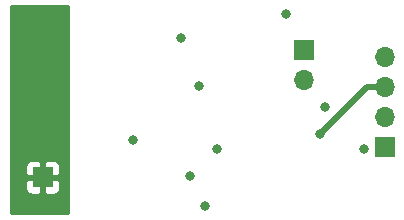
<source format=gbr>
%TF.GenerationSoftware,KiCad,Pcbnew,(5.1.6)-1*%
%TF.CreationDate,2020-10-30T20:39:21-07:00*%
%TF.ProjectId,frontendfull,66726f6e-7465-46e6-9466-756c6c2e6b69,rev?*%
%TF.SameCoordinates,Original*%
%TF.FileFunction,Copper,L4,Bot*%
%TF.FilePolarity,Positive*%
%FSLAX46Y46*%
G04 Gerber Fmt 4.6, Leading zero omitted, Abs format (unit mm)*
G04 Created by KiCad (PCBNEW (5.1.6)-1) date 2020-10-30 20:39:21*
%MOMM*%
%LPD*%
G01*
G04 APERTURE LIST*
%TA.AperFunction,ComponentPad*%
%ADD10O,1.700000X1.700000*%
%TD*%
%TA.AperFunction,ComponentPad*%
%ADD11R,1.700000X1.700000*%
%TD*%
%TA.AperFunction,ViaPad*%
%ADD12C,0.800000*%
%TD*%
%TA.AperFunction,Conductor*%
%ADD13C,0.500000*%
%TD*%
%TA.AperFunction,Conductor*%
%ADD14C,0.254000*%
%TD*%
G04 APERTURE END LIST*
D10*
%TO.P,J4,4*%
%TO.N,VCC*%
X107950000Y-97155000D03*
%TO.P,J4,3*%
%TO.N,Net-(J4-Pad3)*%
X107950000Y-99695000D03*
%TO.P,J4,2*%
%TO.N,GND*%
X107950000Y-102235000D03*
D11*
%TO.P,J4,1*%
%TO.N,Net-(J4-Pad1)*%
X107950000Y-104775000D03*
%TD*%
%TO.P,J2,1*%
%TO.N,GND*%
X78994000Y-107315000D03*
%TD*%
D10*
%TO.P,J1,2*%
%TO.N,GND*%
X101092000Y-99060000D03*
D11*
%TO.P,J1,1*%
%TO.N,Net-(C1-Pad1)*%
X101092000Y-96520000D03*
%TD*%
D12*
%TO.N,GND*%
X106172000Y-104902000D03*
X90678000Y-95504000D03*
X80010000Y-109982000D03*
X92710000Y-109728000D03*
X99568000Y-93472000D03*
X79756000Y-94742000D03*
X93726000Y-104902000D03*
%TO.N,+5V*%
X86614000Y-104140000D03*
X92202000Y-99568000D03*
X102870000Y-101346000D03*
X91440000Y-107188000D03*
%TO.N,Net-(J4-Pad3)*%
X102471388Y-103695990D03*
%TD*%
D13*
%TO.N,Net-(J4-Pad3)*%
X106472378Y-99695000D02*
X107950000Y-99695000D01*
X102471388Y-103695990D02*
X106472378Y-99695000D01*
%TD*%
D14*
%TO.N,GND*%
G36*
X81153000Y-110363000D02*
G01*
X76327000Y-110363000D01*
X76327000Y-108165000D01*
X77505928Y-108165000D01*
X77518188Y-108289482D01*
X77554498Y-108409180D01*
X77613463Y-108519494D01*
X77692815Y-108616185D01*
X77789506Y-108695537D01*
X77899820Y-108754502D01*
X78019518Y-108790812D01*
X78144000Y-108803072D01*
X78708250Y-108800000D01*
X78867000Y-108641250D01*
X78867000Y-107442000D01*
X79121000Y-107442000D01*
X79121000Y-108641250D01*
X79279750Y-108800000D01*
X79844000Y-108803072D01*
X79968482Y-108790812D01*
X80088180Y-108754502D01*
X80198494Y-108695537D01*
X80295185Y-108616185D01*
X80374537Y-108519494D01*
X80433502Y-108409180D01*
X80469812Y-108289482D01*
X80482072Y-108165000D01*
X80479000Y-107600750D01*
X80320250Y-107442000D01*
X79121000Y-107442000D01*
X78867000Y-107442000D01*
X77667750Y-107442000D01*
X77509000Y-107600750D01*
X77505928Y-108165000D01*
X76327000Y-108165000D01*
X76327000Y-106465000D01*
X77505928Y-106465000D01*
X77509000Y-107029250D01*
X77667750Y-107188000D01*
X78867000Y-107188000D01*
X78867000Y-105988750D01*
X79121000Y-105988750D01*
X79121000Y-107188000D01*
X80320250Y-107188000D01*
X80479000Y-107029250D01*
X80482072Y-106465000D01*
X80469812Y-106340518D01*
X80433502Y-106220820D01*
X80374537Y-106110506D01*
X80295185Y-106013815D01*
X80198494Y-105934463D01*
X80088180Y-105875498D01*
X79968482Y-105839188D01*
X79844000Y-105826928D01*
X79279750Y-105830000D01*
X79121000Y-105988750D01*
X78867000Y-105988750D01*
X78708250Y-105830000D01*
X78144000Y-105826928D01*
X78019518Y-105839188D01*
X77899820Y-105875498D01*
X77789506Y-105934463D01*
X77692815Y-106013815D01*
X77613463Y-106110506D01*
X77554498Y-106220820D01*
X77518188Y-106340518D01*
X77505928Y-106465000D01*
X76327000Y-106465000D01*
X76327000Y-92837000D01*
X81153000Y-92837000D01*
X81153000Y-110363000D01*
G37*
X81153000Y-110363000D02*
X76327000Y-110363000D01*
X76327000Y-108165000D01*
X77505928Y-108165000D01*
X77518188Y-108289482D01*
X77554498Y-108409180D01*
X77613463Y-108519494D01*
X77692815Y-108616185D01*
X77789506Y-108695537D01*
X77899820Y-108754502D01*
X78019518Y-108790812D01*
X78144000Y-108803072D01*
X78708250Y-108800000D01*
X78867000Y-108641250D01*
X78867000Y-107442000D01*
X79121000Y-107442000D01*
X79121000Y-108641250D01*
X79279750Y-108800000D01*
X79844000Y-108803072D01*
X79968482Y-108790812D01*
X80088180Y-108754502D01*
X80198494Y-108695537D01*
X80295185Y-108616185D01*
X80374537Y-108519494D01*
X80433502Y-108409180D01*
X80469812Y-108289482D01*
X80482072Y-108165000D01*
X80479000Y-107600750D01*
X80320250Y-107442000D01*
X79121000Y-107442000D01*
X78867000Y-107442000D01*
X77667750Y-107442000D01*
X77509000Y-107600750D01*
X77505928Y-108165000D01*
X76327000Y-108165000D01*
X76327000Y-106465000D01*
X77505928Y-106465000D01*
X77509000Y-107029250D01*
X77667750Y-107188000D01*
X78867000Y-107188000D01*
X78867000Y-105988750D01*
X79121000Y-105988750D01*
X79121000Y-107188000D01*
X80320250Y-107188000D01*
X80479000Y-107029250D01*
X80482072Y-106465000D01*
X80469812Y-106340518D01*
X80433502Y-106220820D01*
X80374537Y-106110506D01*
X80295185Y-106013815D01*
X80198494Y-105934463D01*
X80088180Y-105875498D01*
X79968482Y-105839188D01*
X79844000Y-105826928D01*
X79279750Y-105830000D01*
X79121000Y-105988750D01*
X78867000Y-105988750D01*
X78708250Y-105830000D01*
X78144000Y-105826928D01*
X78019518Y-105839188D01*
X77899820Y-105875498D01*
X77789506Y-105934463D01*
X77692815Y-106013815D01*
X77613463Y-106110506D01*
X77554498Y-106220820D01*
X77518188Y-106340518D01*
X77505928Y-106465000D01*
X76327000Y-106465000D01*
X76327000Y-92837000D01*
X81153000Y-92837000D01*
X81153000Y-110363000D01*
%TD*%
M02*

</source>
